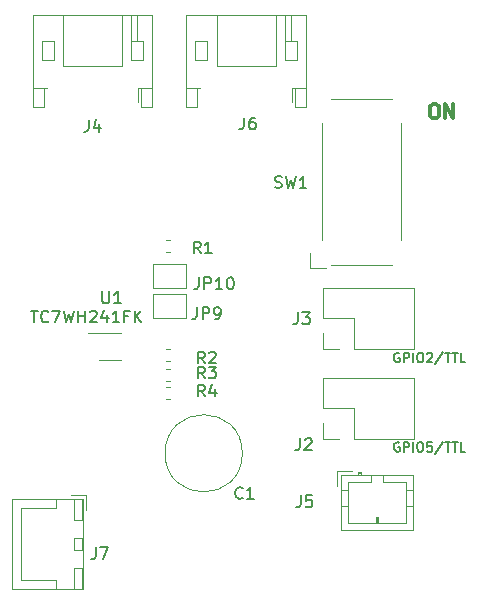
<source format=gto>
G04 #@! TF.GenerationSoftware,KiCad,Pcbnew,(5.1.5)-3*
G04 #@! TF.CreationDate,2021-11-16T02:10:18+09:00*
G04 #@! TF.ProjectId,m5-pantilt,6d352d70-616e-4746-996c-742e6b696361,1*
G04 #@! TF.SameCoordinates,PX5f5e100PY5f5e100*
G04 #@! TF.FileFunction,Legend,Top*
G04 #@! TF.FilePolarity,Positive*
%FSLAX46Y46*%
G04 Gerber Fmt 4.6, Leading zero omitted, Abs format (unit mm)*
G04 Created by KiCad (PCBNEW (5.1.5)-3) date 2021-11-16 02:10:18*
%MOMM*%
%LPD*%
G04 APERTURE LIST*
%ADD10C,0.150000*%
%ADD11C,0.300000*%
%ADD12C,0.120000*%
G04 APERTURE END LIST*
D10*
X42958066Y15132000D02*
X42881876Y15170096D01*
X42767590Y15170096D01*
X42653304Y15132000D01*
X42577114Y15055810D01*
X42539019Y14979620D01*
X42500923Y14827239D01*
X42500923Y14712953D01*
X42539019Y14560572D01*
X42577114Y14484381D01*
X42653304Y14408191D01*
X42767590Y14370096D01*
X42843780Y14370096D01*
X42958066Y14408191D01*
X42996161Y14446286D01*
X42996161Y14712953D01*
X42843780Y14712953D01*
X43339019Y14370096D02*
X43339019Y15170096D01*
X43643780Y15170096D01*
X43719971Y15132000D01*
X43758066Y15093905D01*
X43796161Y15017715D01*
X43796161Y14903429D01*
X43758066Y14827239D01*
X43719971Y14789143D01*
X43643780Y14751048D01*
X43339019Y14751048D01*
X44139019Y14370096D02*
X44139019Y15170096D01*
X44672352Y15170096D02*
X44824733Y15170096D01*
X44900923Y15132000D01*
X44977114Y15055810D01*
X45015209Y14903429D01*
X45015209Y14636762D01*
X44977114Y14484381D01*
X44900923Y14408191D01*
X44824733Y14370096D01*
X44672352Y14370096D01*
X44596161Y14408191D01*
X44519971Y14484381D01*
X44481876Y14636762D01*
X44481876Y14903429D01*
X44519971Y15055810D01*
X44596161Y15132000D01*
X44672352Y15170096D01*
X45739019Y15170096D02*
X45358066Y15170096D01*
X45319971Y14789143D01*
X45358066Y14827239D01*
X45434257Y14865334D01*
X45624733Y14865334D01*
X45700923Y14827239D01*
X45739019Y14789143D01*
X45777114Y14712953D01*
X45777114Y14522477D01*
X45739019Y14446286D01*
X45700923Y14408191D01*
X45624733Y14370096D01*
X45434257Y14370096D01*
X45358066Y14408191D01*
X45319971Y14446286D01*
X46691400Y15208191D02*
X46005685Y14179620D01*
X46843780Y15170096D02*
X47300923Y15170096D01*
X47072352Y14370096D02*
X47072352Y15170096D01*
X47453304Y15170096D02*
X47910447Y15170096D01*
X47681876Y14370096D02*
X47681876Y15170096D01*
X48558066Y14370096D02*
X48177114Y14370096D01*
X48177114Y15170096D01*
X42958066Y22701200D02*
X42881876Y22739296D01*
X42767590Y22739296D01*
X42653304Y22701200D01*
X42577114Y22625010D01*
X42539019Y22548820D01*
X42500923Y22396439D01*
X42500923Y22282153D01*
X42539019Y22129772D01*
X42577114Y22053581D01*
X42653304Y21977391D01*
X42767590Y21939296D01*
X42843780Y21939296D01*
X42958066Y21977391D01*
X42996161Y22015486D01*
X42996161Y22282153D01*
X42843780Y22282153D01*
X43339019Y21939296D02*
X43339019Y22739296D01*
X43643780Y22739296D01*
X43719971Y22701200D01*
X43758066Y22663105D01*
X43796161Y22586915D01*
X43796161Y22472629D01*
X43758066Y22396439D01*
X43719971Y22358343D01*
X43643780Y22320248D01*
X43339019Y22320248D01*
X44139019Y21939296D02*
X44139019Y22739296D01*
X44672352Y22739296D02*
X44824733Y22739296D01*
X44900923Y22701200D01*
X44977114Y22625010D01*
X45015209Y22472629D01*
X45015209Y22205962D01*
X44977114Y22053581D01*
X44900923Y21977391D01*
X44824733Y21939296D01*
X44672352Y21939296D01*
X44596161Y21977391D01*
X44519971Y22053581D01*
X44481876Y22205962D01*
X44481876Y22472629D01*
X44519971Y22625010D01*
X44596161Y22701200D01*
X44672352Y22739296D01*
X45319971Y22663105D02*
X45358066Y22701200D01*
X45434257Y22739296D01*
X45624733Y22739296D01*
X45700923Y22701200D01*
X45739019Y22663105D01*
X45777114Y22586915D01*
X45777114Y22510724D01*
X45739019Y22396439D01*
X45281876Y21939296D01*
X45777114Y21939296D01*
X46691400Y22777391D02*
X46005685Y21748820D01*
X46843780Y22739296D02*
X47300923Y22739296D01*
X47072352Y21939296D02*
X47072352Y22739296D01*
X47453304Y22739296D02*
X47910447Y22739296D01*
X47681876Y21939296D02*
X47681876Y22739296D01*
X48558066Y21939296D02*
X48177114Y21939296D01*
X48177114Y22739296D01*
D11*
X45840742Y43786343D02*
X46069314Y43786343D01*
X46183600Y43729200D01*
X46297885Y43614915D01*
X46355028Y43386343D01*
X46355028Y42986343D01*
X46297885Y42757772D01*
X46183600Y42643486D01*
X46069314Y42586343D01*
X45840742Y42586343D01*
X45726457Y42643486D01*
X45612171Y42757772D01*
X45555028Y42986343D01*
X45555028Y43386343D01*
X45612171Y43614915D01*
X45726457Y43729200D01*
X45840742Y43786343D01*
X46869314Y42586343D02*
X46869314Y43786343D01*
X47555028Y42586343D01*
X47555028Y43786343D01*
D12*
X24895000Y30210000D02*
X24895000Y28210000D01*
X22095000Y30210000D02*
X24895000Y30210000D01*
X22095000Y28210000D02*
X22095000Y30210000D01*
X24895000Y28210000D02*
X22095000Y28210000D01*
X24880000Y25670000D02*
X22080000Y25670000D01*
X22080000Y25670000D02*
X22080000Y27670000D01*
X22080000Y27670000D02*
X24880000Y27670000D01*
X24880000Y27670000D02*
X24880000Y25670000D01*
X19443933Y24402100D02*
X16604000Y24402100D01*
X17564067Y22141500D02*
X19443933Y22141500D01*
X36516000Y15434000D02*
X36516000Y16764000D01*
X37846000Y15434000D02*
X36516000Y15434000D01*
X36516000Y18034000D02*
X36516000Y20634000D01*
X39116000Y18034000D02*
X36516000Y18034000D01*
X39116000Y15434000D02*
X39116000Y18034000D01*
X36516000Y20634000D02*
X44256000Y20634000D01*
X39116000Y15434000D02*
X44256000Y15434000D01*
X44256000Y15434000D02*
X44256000Y20634000D01*
X33860000Y45140000D02*
X33860000Y43925000D01*
X33800000Y49100000D02*
X33800000Y51360000D01*
X33300000Y49100000D02*
X33300000Y51360000D01*
X26700000Y47500000D02*
X25700000Y47500000D01*
X26700000Y49100000D02*
X26700000Y47500000D01*
X25700000Y49100000D02*
X26700000Y49100000D01*
X25700000Y47500000D02*
X25700000Y49100000D01*
X33300000Y47500000D02*
X34300000Y47500000D01*
X33300000Y49100000D02*
X33300000Y47500000D01*
X34300000Y49100000D02*
X33300000Y49100000D01*
X34300000Y47500000D02*
X34300000Y49100000D01*
X24940000Y45140000D02*
X25860000Y45140000D01*
X35060000Y45140000D02*
X34140000Y45140000D01*
X27500000Y47000000D02*
X27500000Y51360000D01*
X32500000Y47000000D02*
X27500000Y47000000D01*
X32500000Y51360000D02*
X32500000Y47000000D01*
X25860000Y45140000D02*
X26140000Y45140000D01*
X25860000Y43540000D02*
X25860000Y45140000D01*
X24940000Y43540000D02*
X25860000Y43540000D01*
X24940000Y51360000D02*
X24940000Y43540000D01*
X35060000Y51360000D02*
X24940000Y51360000D01*
X35060000Y43540000D02*
X35060000Y51360000D01*
X34140000Y43540000D02*
X35060000Y43540000D01*
X34140000Y45140000D02*
X34140000Y43540000D01*
X33860000Y45140000D02*
X34140000Y45140000D01*
X23234733Y31240000D02*
X23577267Y31240000D01*
X23234733Y32260000D02*
X23577267Y32260000D01*
X23577267Y21994400D02*
X23234733Y21994400D01*
X23577267Y23014400D02*
X23234733Y23014400D01*
X29686000Y14218600D02*
G75*
G03X29686000Y14218600I-3270000J0D01*
G01*
X44256000Y23054000D02*
X44256000Y28254000D01*
X39116000Y23054000D02*
X44256000Y23054000D01*
X36516000Y28254000D02*
X44256000Y28254000D01*
X39116000Y23054000D02*
X39116000Y25654000D01*
X39116000Y25654000D02*
X36516000Y25654000D01*
X36516000Y25654000D02*
X36516000Y28254000D01*
X37846000Y23054000D02*
X36516000Y23054000D01*
X36516000Y23054000D02*
X36516000Y24384000D01*
X37150000Y44200000D02*
X42350000Y44200000D01*
X42350000Y30200000D02*
X37150000Y30200000D01*
X36400000Y32250000D02*
X36400000Y42150000D01*
X43100000Y42150000D02*
X43100000Y32250000D01*
X36750000Y29900000D02*
X35450000Y29900000D01*
X35450000Y29900000D02*
X35450000Y31200000D01*
X38000000Y12410000D02*
X38000000Y7690000D01*
X38000000Y7690000D02*
X44120000Y7690000D01*
X44120000Y7690000D02*
X44120000Y12410000D01*
X44120000Y12410000D02*
X38000000Y12410000D01*
X39760000Y12410000D02*
X39760000Y12610000D01*
X39760000Y12610000D02*
X39460000Y12610000D01*
X39460000Y12610000D02*
X39460000Y12410000D01*
X39760000Y12510000D02*
X39460000Y12510000D01*
X40560000Y12410000D02*
X40560000Y11800000D01*
X40560000Y11800000D02*
X38610000Y11800000D01*
X38610000Y11800000D02*
X38610000Y8300000D01*
X38610000Y8300000D02*
X43510000Y8300000D01*
X43510000Y8300000D02*
X43510000Y11800000D01*
X43510000Y11800000D02*
X41560000Y11800000D01*
X41560000Y11800000D02*
X41560000Y12410000D01*
X38000000Y11100000D02*
X38610000Y11100000D01*
X38000000Y9800000D02*
X38610000Y9800000D01*
X44120000Y11100000D02*
X43510000Y11100000D01*
X44120000Y9800000D02*
X43510000Y9800000D01*
X40960000Y8300000D02*
X40960000Y8800000D01*
X40960000Y8800000D02*
X41160000Y8800000D01*
X41160000Y8800000D02*
X41160000Y8300000D01*
X41060000Y8300000D02*
X41060000Y8800000D01*
X38950000Y12710000D02*
X37700000Y12710000D01*
X37700000Y12710000D02*
X37700000Y11460000D01*
X20860000Y45140000D02*
X21140000Y45140000D01*
X21140000Y45140000D02*
X21140000Y43540000D01*
X21140000Y43540000D02*
X22060000Y43540000D01*
X22060000Y43540000D02*
X22060000Y51360000D01*
X22060000Y51360000D02*
X11940000Y51360000D01*
X11940000Y51360000D02*
X11940000Y43540000D01*
X11940000Y43540000D02*
X12860000Y43540000D01*
X12860000Y43540000D02*
X12860000Y45140000D01*
X12860000Y45140000D02*
X13140000Y45140000D01*
X19500000Y51360000D02*
X19500000Y47000000D01*
X19500000Y47000000D02*
X14500000Y47000000D01*
X14500000Y47000000D02*
X14500000Y51360000D01*
X22060000Y45140000D02*
X21140000Y45140000D01*
X11940000Y45140000D02*
X12860000Y45140000D01*
X21300000Y47500000D02*
X21300000Y49100000D01*
X21300000Y49100000D02*
X20300000Y49100000D01*
X20300000Y49100000D02*
X20300000Y47500000D01*
X20300000Y47500000D02*
X21300000Y47500000D01*
X12700000Y47500000D02*
X12700000Y49100000D01*
X12700000Y49100000D02*
X13700000Y49100000D01*
X13700000Y49100000D02*
X13700000Y47500000D01*
X13700000Y47500000D02*
X12700000Y47500000D01*
X20300000Y49100000D02*
X20300000Y51360000D01*
X20800000Y49100000D02*
X20800000Y51360000D01*
X20860000Y45140000D02*
X20860000Y43925000D01*
X23564667Y20368800D02*
X23222133Y20368800D01*
X23564667Y21388800D02*
X23222133Y21388800D01*
X23564667Y19864800D02*
X23222133Y19864800D01*
X23564667Y18844800D02*
X23222133Y18844800D01*
X16160000Y10360000D02*
X10190000Y10360000D01*
X10190000Y10360000D02*
X10190000Y2740000D01*
X10190000Y2740000D02*
X16160000Y2740000D01*
X16160000Y2740000D02*
X16160000Y10360000D01*
X16150000Y7050000D02*
X15400000Y7050000D01*
X15400000Y7050000D02*
X15400000Y6050000D01*
X15400000Y6050000D02*
X16150000Y6050000D01*
X16150000Y6050000D02*
X16150000Y7050000D01*
X16150000Y10350000D02*
X15400000Y10350000D01*
X15400000Y10350000D02*
X15400000Y8550000D01*
X15400000Y8550000D02*
X16150000Y8550000D01*
X16150000Y8550000D02*
X16150000Y10350000D01*
X16150000Y4550000D02*
X15400000Y4550000D01*
X15400000Y4550000D02*
X15400000Y2750000D01*
X15400000Y2750000D02*
X16150000Y2750000D01*
X16150000Y2750000D02*
X16150000Y4550000D01*
X13900000Y10350000D02*
X13900000Y9600000D01*
X13900000Y9600000D02*
X10950000Y9600000D01*
X10950000Y9600000D02*
X10950000Y6550000D01*
X13900000Y2750000D02*
X13900000Y3500000D01*
X13900000Y3500000D02*
X10950000Y3500000D01*
X10950000Y3500000D02*
X10950000Y6550000D01*
X16450000Y9400000D02*
X16450000Y10650000D01*
X16450000Y10650000D02*
X15200000Y10650000D01*
D10*
X25995476Y29122620D02*
X25995476Y28408334D01*
X25947857Y28265477D01*
X25852619Y28170239D01*
X25709761Y28122620D01*
X25614523Y28122620D01*
X26471666Y28122620D02*
X26471666Y29122620D01*
X26852619Y29122620D01*
X26947857Y29075000D01*
X26995476Y29027381D01*
X27043095Y28932143D01*
X27043095Y28789286D01*
X26995476Y28694048D01*
X26947857Y28646429D01*
X26852619Y28598810D01*
X26471666Y28598810D01*
X27995476Y28122620D02*
X27424047Y28122620D01*
X27709761Y28122620D02*
X27709761Y29122620D01*
X27614523Y28979762D01*
X27519285Y28884524D01*
X27424047Y28836905D01*
X28614523Y29122620D02*
X28709761Y29122620D01*
X28805000Y29075000D01*
X28852619Y29027381D01*
X28900238Y28932143D01*
X28947857Y28741667D01*
X28947857Y28503572D01*
X28900238Y28313096D01*
X28852619Y28217858D01*
X28805000Y28170239D01*
X28709761Y28122620D01*
X28614523Y28122620D01*
X28519285Y28170239D01*
X28471666Y28217858D01*
X28424047Y28313096D01*
X28376428Y28503572D01*
X28376428Y28741667D01*
X28424047Y28932143D01*
X28471666Y29027381D01*
X28519285Y29075000D01*
X28614523Y29122620D01*
X25836666Y26582620D02*
X25836666Y25868334D01*
X25789047Y25725477D01*
X25693809Y25630239D01*
X25550952Y25582620D01*
X25455714Y25582620D01*
X26312857Y25582620D02*
X26312857Y26582620D01*
X26693809Y26582620D01*
X26789047Y26535000D01*
X26836666Y26487381D01*
X26884285Y26392143D01*
X26884285Y26249286D01*
X26836666Y26154048D01*
X26789047Y26106429D01*
X26693809Y26058810D01*
X26312857Y26058810D01*
X27360476Y25582620D02*
X27550952Y25582620D01*
X27646190Y25630239D01*
X27693809Y25677858D01*
X27789047Y25820715D01*
X27836666Y26011191D01*
X27836666Y26392143D01*
X27789047Y26487381D01*
X27741428Y26535000D01*
X27646190Y26582620D01*
X27455714Y26582620D01*
X27360476Y26535000D01*
X27312857Y26487381D01*
X27265238Y26392143D01*
X27265238Y26154048D01*
X27312857Y26058810D01*
X27360476Y26011191D01*
X27455714Y25963572D01*
X27646190Y25963572D01*
X27741428Y26011191D01*
X27789047Y26058810D01*
X27836666Y26154048D01*
X17830895Y27928820D02*
X17830895Y27119296D01*
X17878514Y27024058D01*
X17926133Y26976439D01*
X18021371Y26928820D01*
X18211847Y26928820D01*
X18307085Y26976439D01*
X18354704Y27024058D01*
X18402323Y27119296D01*
X18402323Y27928820D01*
X19402323Y26928820D02*
X18830895Y26928820D01*
X19116609Y26928820D02*
X19116609Y27928820D01*
X19021371Y27785962D01*
X18926133Y27690724D01*
X18830895Y27643105D01*
X11795714Y26303220D02*
X12367142Y26303220D01*
X12081428Y25303220D02*
X12081428Y26303220D01*
X13271904Y25398458D02*
X13224285Y25350839D01*
X13081428Y25303220D01*
X12986190Y25303220D01*
X12843333Y25350839D01*
X12748095Y25446077D01*
X12700476Y25541315D01*
X12652857Y25731791D01*
X12652857Y25874648D01*
X12700476Y26065124D01*
X12748095Y26160362D01*
X12843333Y26255600D01*
X12986190Y26303220D01*
X13081428Y26303220D01*
X13224285Y26255600D01*
X13271904Y26207981D01*
X13605238Y26303220D02*
X14271904Y26303220D01*
X13843333Y25303220D01*
X14557619Y26303220D02*
X14795714Y25303220D01*
X14986190Y26017505D01*
X15176666Y25303220D01*
X15414761Y26303220D01*
X15795714Y25303220D02*
X15795714Y26303220D01*
X15795714Y25827029D02*
X16367142Y25827029D01*
X16367142Y25303220D02*
X16367142Y26303220D01*
X16795714Y26207981D02*
X16843333Y26255600D01*
X16938571Y26303220D01*
X17176666Y26303220D01*
X17271904Y26255600D01*
X17319523Y26207981D01*
X17367142Y26112743D01*
X17367142Y26017505D01*
X17319523Y25874648D01*
X16748095Y25303220D01*
X17367142Y25303220D01*
X18224285Y25969886D02*
X18224285Y25303220D01*
X17986190Y26350839D02*
X17748095Y25636553D01*
X18367142Y25636553D01*
X19271904Y25303220D02*
X18700476Y25303220D01*
X18986190Y25303220D02*
X18986190Y26303220D01*
X18890952Y26160362D01*
X18795714Y26065124D01*
X18700476Y26017505D01*
X20033809Y25827029D02*
X19700476Y25827029D01*
X19700476Y25303220D02*
X19700476Y26303220D01*
X20176666Y26303220D01*
X20557619Y25303220D02*
X20557619Y26303220D01*
X21129047Y25303220D02*
X20700476Y25874648D01*
X21129047Y26303220D02*
X20557619Y25731791D01*
X34566266Y15482820D02*
X34566266Y14768534D01*
X34518647Y14625677D01*
X34423409Y14530439D01*
X34280552Y14482820D01*
X34185314Y14482820D01*
X34994838Y15387581D02*
X35042457Y15435200D01*
X35137695Y15482820D01*
X35375790Y15482820D01*
X35471028Y15435200D01*
X35518647Y15387581D01*
X35566266Y15292343D01*
X35566266Y15197105D01*
X35518647Y15054248D01*
X34947219Y14482820D01*
X35566266Y14482820D01*
X29819066Y42642020D02*
X29819066Y41927734D01*
X29771447Y41784877D01*
X29676209Y41689639D01*
X29533352Y41642020D01*
X29438114Y41642020D01*
X30723828Y42642020D02*
X30533352Y42642020D01*
X30438114Y42594400D01*
X30390495Y42546781D01*
X30295257Y42403924D01*
X30247638Y42213448D01*
X30247638Y41832496D01*
X30295257Y41737258D01*
X30342876Y41689639D01*
X30438114Y41642020D01*
X30628590Y41642020D01*
X30723828Y41689639D01*
X30771447Y41737258D01*
X30819066Y41832496D01*
X30819066Y42070591D01*
X30771447Y42165829D01*
X30723828Y42213448D01*
X30628590Y42261067D01*
X30438114Y42261067D01*
X30342876Y42213448D01*
X30295257Y42165829D01*
X30247638Y42070591D01*
X26147733Y31147820D02*
X25814400Y31624010D01*
X25576304Y31147820D02*
X25576304Y32147820D01*
X25957257Y32147820D01*
X26052495Y32100200D01*
X26100114Y32052581D01*
X26147733Y31957343D01*
X26147733Y31814486D01*
X26100114Y31719248D01*
X26052495Y31671629D01*
X25957257Y31624010D01*
X25576304Y31624010D01*
X27100114Y31147820D02*
X26528685Y31147820D01*
X26814400Y31147820D02*
X26814400Y32147820D01*
X26719161Y32004962D01*
X26623923Y31909724D01*
X26528685Y31862105D01*
X26503333Y21827420D02*
X26170000Y22303610D01*
X25931904Y21827420D02*
X25931904Y22827420D01*
X26312857Y22827420D01*
X26408095Y22779800D01*
X26455714Y22732181D01*
X26503333Y22636943D01*
X26503333Y22494086D01*
X26455714Y22398848D01*
X26408095Y22351229D01*
X26312857Y22303610D01*
X25931904Y22303610D01*
X26884285Y22732181D02*
X26931904Y22779800D01*
X27027142Y22827420D01*
X27265238Y22827420D01*
X27360476Y22779800D01*
X27408095Y22732181D01*
X27455714Y22636943D01*
X27455714Y22541705D01*
X27408095Y22398848D01*
X26836666Y21827420D01*
X27455714Y21827420D01*
X29703733Y10463258D02*
X29656114Y10415639D01*
X29513257Y10368020D01*
X29418019Y10368020D01*
X29275161Y10415639D01*
X29179923Y10510877D01*
X29132304Y10606115D01*
X29084685Y10796591D01*
X29084685Y10939448D01*
X29132304Y11129924D01*
X29179923Y11225162D01*
X29275161Y11320400D01*
X29418019Y11368020D01*
X29513257Y11368020D01*
X29656114Y11320400D01*
X29703733Y11272781D01*
X30656114Y10368020D02*
X30084685Y10368020D01*
X30370400Y10368020D02*
X30370400Y11368020D01*
X30275161Y11225162D01*
X30179923Y11129924D01*
X30084685Y11082305D01*
X34388466Y26150820D02*
X34388466Y25436534D01*
X34340847Y25293677D01*
X34245609Y25198439D01*
X34102752Y25150820D01*
X34007514Y25150820D01*
X34769419Y26150820D02*
X35388466Y26150820D01*
X35055133Y25769867D01*
X35197990Y25769867D01*
X35293228Y25722248D01*
X35340847Y25674629D01*
X35388466Y25579391D01*
X35388466Y25341296D01*
X35340847Y25246058D01*
X35293228Y25198439D01*
X35197990Y25150820D01*
X34912276Y25150820D01*
X34817038Y25198439D01*
X34769419Y25246058D01*
X32448666Y36730039D02*
X32591523Y36682420D01*
X32829619Y36682420D01*
X32924857Y36730039D01*
X32972476Y36777658D01*
X33020095Y36872896D01*
X33020095Y36968134D01*
X32972476Y37063372D01*
X32924857Y37110991D01*
X32829619Y37158610D01*
X32639142Y37206229D01*
X32543904Y37253848D01*
X32496285Y37301467D01*
X32448666Y37396705D01*
X32448666Y37491943D01*
X32496285Y37587181D01*
X32543904Y37634800D01*
X32639142Y37682420D01*
X32877238Y37682420D01*
X33020095Y37634800D01*
X33353428Y37682420D02*
X33591523Y36682420D01*
X33782000Y37396705D01*
X33972476Y36682420D01*
X34210571Y37682420D01*
X35115333Y36682420D02*
X34543904Y36682420D01*
X34829619Y36682420D02*
X34829619Y37682420D01*
X34734380Y37539562D01*
X34639142Y37444324D01*
X34543904Y37396705D01*
X34617066Y10656820D02*
X34617066Y9942534D01*
X34569447Y9799677D01*
X34474209Y9704439D01*
X34331352Y9656820D01*
X34236114Y9656820D01*
X35569447Y10656820D02*
X35093257Y10656820D01*
X35045638Y10180629D01*
X35093257Y10228248D01*
X35188495Y10275867D01*
X35426590Y10275867D01*
X35521828Y10228248D01*
X35569447Y10180629D01*
X35617066Y10085391D01*
X35617066Y9847296D01*
X35569447Y9752058D01*
X35521828Y9704439D01*
X35426590Y9656820D01*
X35188495Y9656820D01*
X35093257Y9704439D01*
X35045638Y9752058D01*
X16666666Y42457620D02*
X16666666Y41743334D01*
X16619047Y41600477D01*
X16523809Y41505239D01*
X16380952Y41457620D01*
X16285714Y41457620D01*
X17571428Y42124286D02*
X17571428Y41457620D01*
X17333333Y42505239D02*
X17095238Y41790953D01*
X17714285Y41790953D01*
X26503333Y20553420D02*
X26170000Y21029610D01*
X25931904Y20553420D02*
X25931904Y21553420D01*
X26312857Y21553420D01*
X26408095Y21505800D01*
X26455714Y21458181D01*
X26503333Y21362943D01*
X26503333Y21220086D01*
X26455714Y21124848D01*
X26408095Y21077229D01*
X26312857Y21029610D01*
X25931904Y21029610D01*
X26836666Y21553420D02*
X27455714Y21553420D01*
X27122380Y21172467D01*
X27265238Y21172467D01*
X27360476Y21124848D01*
X27408095Y21077229D01*
X27455714Y20981991D01*
X27455714Y20743896D01*
X27408095Y20648658D01*
X27360476Y20601039D01*
X27265238Y20553420D01*
X26979523Y20553420D01*
X26884285Y20601039D01*
X26836666Y20648658D01*
X26503333Y19029420D02*
X26170000Y19505610D01*
X25931904Y19029420D02*
X25931904Y20029420D01*
X26312857Y20029420D01*
X26408095Y19981800D01*
X26455714Y19934181D01*
X26503333Y19838943D01*
X26503333Y19696086D01*
X26455714Y19600848D01*
X26408095Y19553229D01*
X26312857Y19505610D01*
X25931904Y19505610D01*
X27360476Y19696086D02*
X27360476Y19029420D01*
X27122380Y20077039D02*
X26884285Y19362753D01*
X27503333Y19362753D01*
X17266666Y6247620D02*
X17266666Y5533334D01*
X17219047Y5390477D01*
X17123809Y5295239D01*
X16980952Y5247620D01*
X16885714Y5247620D01*
X17647619Y6247620D02*
X18314285Y6247620D01*
X17885714Y5247620D01*
M02*

</source>
